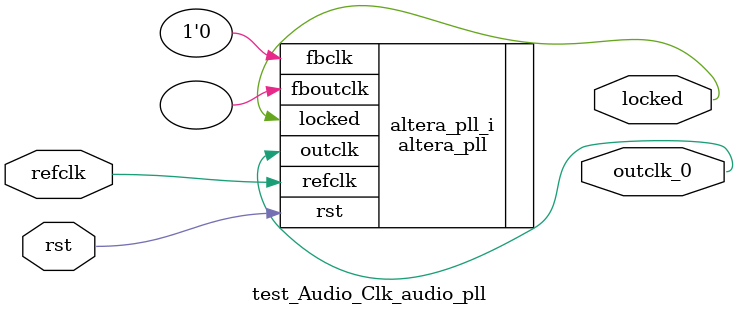
<source format=v>
`timescale 1ns/10ps
module  test_Audio_Clk_audio_pll(

	// interface 'refclk'
	input wire refclk,

	// interface 'reset'
	input wire rst,

	// interface 'outclk0'
	output wire outclk_0,

	// interface 'locked'
	output wire locked
);

	altera_pll #(
		.fractional_vco_multiplier("false"),
		.reference_clock_frequency("50.0 MHz"),
		.operation_mode("direct"),
		.number_of_clocks(1),
		.output_clock_frequency0("12.288135 MHz"),
		.phase_shift0("0 ps"),
		.duty_cycle0(50),
		.output_clock_frequency1("0 MHz"),
		.phase_shift1("0 ps"),
		.duty_cycle1(50),
		.output_clock_frequency2("0 MHz"),
		.phase_shift2("0 ps"),
		.duty_cycle2(50),
		.output_clock_frequency3("0 MHz"),
		.phase_shift3("0 ps"),
		.duty_cycle3(50),
		.output_clock_frequency4("0 MHz"),
		.phase_shift4("0 ps"),
		.duty_cycle4(50),
		.output_clock_frequency5("0 MHz"),
		.phase_shift5("0 ps"),
		.duty_cycle5(50),
		.output_clock_frequency6("0 MHz"),
		.phase_shift6("0 ps"),
		.duty_cycle6(50),
		.output_clock_frequency7("0 MHz"),
		.phase_shift7("0 ps"),
		.duty_cycle7(50),
		.output_clock_frequency8("0 MHz"),
		.phase_shift8("0 ps"),
		.duty_cycle8(50),
		.output_clock_frequency9("0 MHz"),
		.phase_shift9("0 ps"),
		.duty_cycle9(50),
		.output_clock_frequency10("0 MHz"),
		.phase_shift10("0 ps"),
		.duty_cycle10(50),
		.output_clock_frequency11("0 MHz"),
		.phase_shift11("0 ps"),
		.duty_cycle11(50),
		.output_clock_frequency12("0 MHz"),
		.phase_shift12("0 ps"),
		.duty_cycle12(50),
		.output_clock_frequency13("0 MHz"),
		.phase_shift13("0 ps"),
		.duty_cycle13(50),
		.output_clock_frequency14("0 MHz"),
		.phase_shift14("0 ps"),
		.duty_cycle14(50),
		.output_clock_frequency15("0 MHz"),
		.phase_shift15("0 ps"),
		.duty_cycle15(50),
		.output_clock_frequency16("0 MHz"),
		.phase_shift16("0 ps"),
		.duty_cycle16(50),
		.output_clock_frequency17("0 MHz"),
		.phase_shift17("0 ps"),
		.duty_cycle17(50),
		.pll_type("General"),
		.pll_subtype("General")
	) altera_pll_i (
		.rst	(rst),
		.outclk	({outclk_0}),
		.locked	(locked),
		.fboutclk	( ),
		.fbclk	(1'b0),
		.refclk	(refclk)
	);
endmodule


</source>
